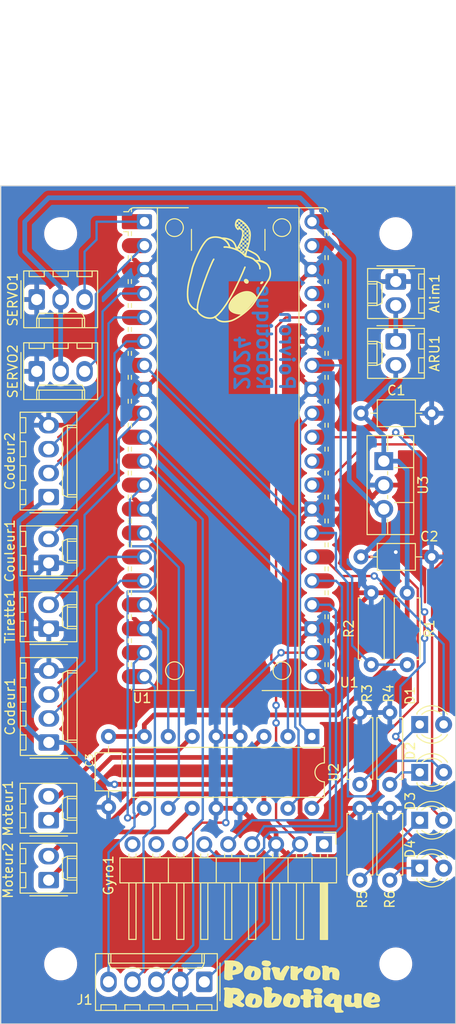
<source format=kicad_pcb>
(kicad_pcb (version 20221018) (generator pcbnew)

  (general
    (thickness 1.6)
  )

  (paper "A4")
  (layers
    (0 "F.Cu" signal)
    (31 "B.Cu" signal)
    (32 "B.Adhes" user "B.Adhesive")
    (33 "F.Adhes" user "F.Adhesive")
    (34 "B.Paste" user)
    (35 "F.Paste" user)
    (36 "B.SilkS" user "B.Silkscreen")
    (37 "F.SilkS" user "F.Silkscreen")
    (38 "B.Mask" user)
    (39 "F.Mask" user)
    (40 "Dwgs.User" user "User.Drawings")
    (41 "Cmts.User" user "User.Comments")
    (42 "Eco1.User" user "User.Eco1")
    (43 "Eco2.User" user "User.Eco2")
    (44 "Edge.Cuts" user)
    (45 "Margin" user)
    (46 "B.CrtYd" user "B.Courtyard")
    (47 "F.CrtYd" user "F.Courtyard")
    (48 "B.Fab" user)
    (49 "F.Fab" user)
    (50 "User.1" user)
    (51 "User.2" user)
    (52 "User.3" user)
    (53 "User.4" user)
    (54 "User.5" user)
    (55 "User.6" user)
    (56 "User.7" user)
    (57 "User.8" user)
    (58 "User.9" user)
  )

  (setup
    (stackup
      (layer "F.SilkS" (type "Top Silk Screen"))
      (layer "F.Paste" (type "Top Solder Paste"))
      (layer "F.Mask" (type "Top Solder Mask") (thickness 0.01))
      (layer "F.Cu" (type "copper") (thickness 0.035))
      (layer "dielectric 1" (type "core") (thickness 1.51) (material "FR4") (epsilon_r 4.5) (loss_tangent 0.02))
      (layer "B.Cu" (type "copper") (thickness 0.035))
      (layer "B.Mask" (type "Bottom Solder Mask") (thickness 0.01))
      (layer "B.Paste" (type "Bottom Solder Paste"))
      (layer "B.SilkS" (type "Bottom Silk Screen"))
      (copper_finish "None")
      (dielectric_constraints no)
    )
    (pad_to_mask_clearance 0)
    (pcbplotparams
      (layerselection 0x00010fc_ffffffff)
      (plot_on_all_layers_selection 0x0000000_00000000)
      (disableapertmacros false)
      (usegerberextensions false)
      (usegerberattributes true)
      (usegerberadvancedattributes true)
      (creategerberjobfile true)
      (dashed_line_dash_ratio 12.000000)
      (dashed_line_gap_ratio 3.000000)
      (svgprecision 4)
      (plotframeref false)
      (viasonmask false)
      (mode 1)
      (useauxorigin false)
      (hpglpennumber 1)
      (hpglpenspeed 20)
      (hpglpendiameter 15.000000)
      (dxfpolygonmode true)
      (dxfimperialunits true)
      (dxfusepcbnewfont true)
      (psnegative false)
      (psa4output false)
      (plotreference true)
      (plotvalue true)
      (plotinvisibletext false)
      (sketchpadsonfab false)
      (subtractmaskfromsilk false)
      (outputformat 1)
      (mirror false)
      (drillshape 1)
      (scaleselection 1)
      (outputdirectory "")
    )
  )

  (net 0 "")
  (net 1 "/M1_Vitesse")
  (net 2 "/M2_Vitesse")
  (net 3 "GND")
  (net 4 "/M1_Sens1")
  (net 5 "/M1_Sens2")
  (net 6 "/M2_Sens1")
  (net 7 "/M2_Sens2")
  (net 8 "/Tirette")
  (net 9 "/Couleur")
  (net 10 "/SDA")
  (net 11 "/SCL")
  (net 12 "/SERVO1")
  (net 13 "/SERVO2")
  (net 14 "unconnected-(U1-RUN-Pad30)")
  (net 15 "/LED4")
  (net 16 "Net-(U1-GPIO28_ADC2)")
  (net 17 "+3.3V")
  (net 18 "unconnected-(U1-3V3_EN-Pad37)")
  (net 19 "unconnected-(U1-VSYS-Pad39)")
  (net 20 "+5V")
  (net 21 "+9V")
  (net 22 "Net-(ARU1-Pin_1)")
  (net 23 "/Codeur2_A")
  (net 24 "/Codeur2_B")
  (net 25 "/M1_Plus")
  (net 26 "/M1_Moins")
  (net 27 "/M2_Plus")
  (net 28 "/M2_Moins")
  (net 29 "/SPI_SDI")
  (net 30 "/SPI_CS")
  (net 31 "/SPI_CLK")
  (net 32 "/SPI_SDO")
  (net 33 "/LED1")
  (net 34 "/LED2")
  (net 35 "/LED3")
  (net 36 "/I2C_Reset")
  (net 37 "unconnected-(Gyro1-Pin_1-Pad1)")
  (net 38 "unconnected-(Gyro1-Pin_8-Pad8)")
  (net 39 "unconnected-(Gyro1-Pin_9-Pad9)")
  (net 40 "Net-(D1-K)")
  (net 41 "Net-(D2-K)")
  (net 42 "Net-(D3-K)")
  (net 43 "Net-(D4-K)")
  (net 44 "/Codeur1_A")
  (net 45 "/Codeur1_B")

  (footprint "LED_THT:LED_D3.0mm" (layer "F.Cu") (at 149.86 140.97))

  (footprint "Connector_Molex:Molex_KK-254_AE-6410-02A_1x02_P2.54mm_Vertical" (layer "F.Cu") (at 110.49 135.89 90))

  (footprint "Connector_Molex:Molex_KK-254_AE-6410-05A_1x05_P2.54mm_Vertical" (layer "F.Cu") (at 127 153.035 180))

  (footprint "Resistor_THT:R_Axial_DIN0207_L6.3mm_D2.5mm_P7.62mm_Horizontal" (layer "F.Cu") (at 143.51 142.24 90))

  (footprint "Connector_Molex:Molex_KK-254_AE-6410-03A_1x03_P2.54mm_Vertical" (layer "F.Cu") (at 109.22 80.645))

  (footprint "Capacitor_THT:C_Axial_L3.8mm_D2.6mm_P7.50mm_Horizontal" (layer "F.Cu") (at 143.63 92.71))

  (footprint "Connector_Molex:Molex_KK-254_AE-6410-03A_1x03_P2.54mm_Vertical" (layer "F.Cu") (at 109.22 88.265))

  (footprint "Resistor_THT:R_Axial_DIN0207_L6.3mm_D2.5mm_P7.62mm_Horizontal" (layer "F.Cu") (at 146.685 142.24 90))

  (footprint "MountingHole:MountingHole_3mm" (layer "F.Cu") (at 111.76 151.13))

  (footprint "Resistor_THT:R_Axial_DIN0207_L6.3mm_D2.5mm_P7.62mm_Horizontal" (layer "F.Cu") (at 146.685 132.08 90))

  (footprint "Resistor_THT:R_Axial_DIN0207_L6.3mm_D2.5mm_P7.62mm_Horizontal" (layer "F.Cu") (at 144.72 119.38 90))

  (footprint "Connector_Molex:Molex_KK-254_AE-6410-04A_1x04_P2.54mm_Vertical" (layer "F.Cu") (at 110.49 101.6 90))

  (footprint "LED_THT:LED_D3.0mm" (layer "F.Cu") (at 149.86 125.73))

  (footprint "MountingHole:MountingHole_3mm" (layer "F.Cu") (at 111.76 73.66))

  (footprint "Resistor_THT:R_Axial_DIN0207_L6.3mm_D2.5mm_P7.62mm_Horizontal" (layer "F.Cu") (at 148.53 111.76 -90))

  (footprint "Capacitor_THT:C_Axial_L3.8mm_D2.6mm_P7.50mm_Horizontal" (layer "F.Cu") (at 143.63 107.95))

  (footprint "LED_THT:LED_D3.0mm" (layer "F.Cu") (at 149.86 130.81))

  (footprint "MountingHole:MountingHole_3mm" (layer "F.Cu") (at 147.32 73.66))

  (footprint "Connector_Molex:Molex_KK-254_AE-6410-02A_1x02_P2.54mm_Vertical" (layer "F.Cu") (at 110.49 142.24 90))

  (footprint "MountingHole:MountingHole_3mm" (layer "F.Cu") (at 147.32 151.13))

  (footprint "Connector_Molex:Molex_KK-254_AE-6410-04A_1x04_P2.54mm_Vertical" (layer "F.Cu") (at 110.51 127.635 90))

  (footprint "Connector_Molex:Molex_KK-254_AE-6410-02A_1x02_P2.54mm_Vertical" (layer "F.Cu") (at 147.32 85.09 -90))

  (footprint "Connector_Molex:Molex_KK-254_AE-6410-02A_1x02_P2.54mm_Vertical" (layer "F.Cu") (at 147.32 78.74 -90))

  (footprint "Connector_PinHeader_2.54mm:PinHeader_1x09_P2.54mm_Horizontal" (layer "F.Cu") (at 139.7 138.43 -90))

  (footprint "Package_TO_SOT_THT:TO-220F-3_Vertical" (layer "F.Cu") (at 146.05 97.79 -90))

  (footprint "Connector_Molex:Molex_KK-254_AE-6410-02A_1x02_P2.54mm_Vertical" (layer "F.Cu") (at 110.49 115.57 90))

  (footprint "Resistor_THT:R_Axial_DIN0207_L6.3mm_D2.5mm_P7.62mm_Horizontal" (layer "F.Cu") (at 143.51 132.08 90))

  (footprint "Package_DIP:DIP-16_W7.62mm" (layer "F.Cu") (at 138.415 127 -90))

  (footprint "LED_THT:LED_D3.0mm" (layer "F.Cu") (at 149.86 135.89))

  (footprint "Connector_Molex:Molex_KK-254_AE-6410-02A_1x02_P2.54mm_Vertical" (layer "F.Cu") (at 110.49 108.585 90))

  (footprint "Rpi Pico:RaspberryPi_Pico_Common_SKY" (layer "F.Cu")
    (tstamp f31fe9be-12f6-4b25-988d-29e3c1d7ec43)
    (at 129.54 96.52)
    (descr "Raspberry Pi Pico (wireless & original) versatile footprint for surface-mount or through-hole hand soldering, https://datasheets.raspberrypi.com/pico/pico-datasheet.pdf")
    (tags "Raspberry Pi Pico module usb pcb antenna handsolder")
    (property "Sheetfile" "PAMI.kicad_sch")
    (property "Sheetname" "")
    (property "ki_description" "Versatile and inexpensive microcontroller module (with full pinout for reflow soldering) powered by RP2040 dual-core Arm Cortex-M0+ processor up to 133 MHz, 264kB SRAM, 2MB QSPI flash")
    (property "ki_keywords" "Raspberry Pi Pico microcontroller module RP2040 M0+ usb")
    (path "/7d13e2fb-33e5-4a53-93cb-a335a041e341")
    (attr through_hole)
    (fp_text reference "U1" (at 11.7475 24.765 unlocked) (layer "F.SilkS")
        (effects (font (size 1 1) (thickness 0.15)) (justify left))
      (tstamp f3e9cfc8-bf1e-4bd5-9cd4-dcbdf0aa9c17)
    )
    (fp_text value "RaspberryPi_Pico" (at 0 27.94 unlocked) (layer "F.Fab")
        (effects (font (size 1 1) (thickness 0.15)))
      (tstamp 7f0bfc64-19c4-4b7c-9156-608c57adeb98)
    )
    (fp_text user "${REFERENCE}" (at -9.144 26.416 180) (layer "F.SilkS")
        (effects (font (size 1 1) (thickness 0.15)))
      (tstamp 52e6e082-e9ea-4991-8ee8-22d158e157ab)
    )
    (fp_text user "Board Keep Out USB Cable" (at 6.985 -37.465 270 unlocked) (layer "Cmts.User")
        (effects (font (size 0.6667 0.6667) (thickness 0.1)))
      (tstamp 1dc953cb-4efe-41bc-84c5-59259d70e1ee)
    )
    (fp_text user "Keep Out" (at 0 -36.195 unlocked) (layer "Cmts.User")
        (effects (font (size 1 1) (thickness 0.15)))
      (tstamp cc39244b-20dd-4d61-91d3-09196acf82a9)
    )
    (fp_text user "Board Keep Out USB Cable" (at -6.985 -37.465 90 unlocked) (layer "Cmts.User")
        (effects (font (size 0.6667 0.6667) (thickness 0.1)))
      (tstamp d9c85c9d-f40b-4693-bd70-ed3eeeb80599)
    )
    (fp_text user "USB Cable" (at 0 -38.735 unlocked) (layer "Cmts.User")
        (effects (font (size 1 1) (thickness 0.15)))
      (tstamp dc3d4d1b-c2e7-4880-83a3-774c447060c7)
    )
    (fp_line (start -10.61 -23.07) (end -11.09 -23.07)
      (stroke (width 0.12) (type solid)) (layer "F.SilkS") (tstamp ab3c9b7c-8d72-4e2d-b90e-a6d2af51a848))
    (fp_line (start -10.61 -23.07) (end -10.61 -22.65)
      (stroke (width 0.12) (type solid)) (layer "F.SilkS") (tstamp d7949000-f861-407f-9141-e64a224014fb))
    (fp_line (start -10.61 -20.53) (end -10.61 -20.11)
      (stroke (width 0.12) (type solid)) (layer "F.SilkS") (tstamp e4b2c252-2621-47d4-8db6-c9a9702c5ca4))
    (fp_line (start -10.61 -17.99) (end -10.61 -17.57)
      (stroke (width 0.12) (type solid)) (layer "F.SilkS") (tstamp 2f4c3bbb-68ec-4985-b550-97138cd270cd))
    (fp_line (start -10.61 -15.45) (end -10.61 -15.03)
      (stroke (width 0.12) (type solid)) (layer "F.SilkS") (tstamp 8c1c109e-cb17-49a0-8b88-501e8bb8c9b5))
    (fp_line (start -10.61 -12.91) (end -10.61 -12.49)
      (stroke (width 0.12) (type solid)) (layer "F.SilkS") (tstamp 6e870851-a080-4993-873e-218ccbb05190))
    (fp_line (start -10.61 -10.37) (end -10.61 -9.95)
      (stroke (width 0.12) (type solid)) (layer "F.SilkS") (tstamp 4d776835-62f0-4232-876c-f7c622a6be69))
    (fp_line (start -10.61 -7.83) (end -10.61 -7.41)
      (stroke (width 0.12) (type solid)) (layer "F.SilkS") (tstamp 7b7cb4ac-5b24-43eb-bd58-47014557a7e2))
    (fp_line (start -10.61 -5.29) (end -10.61 -4.87)
      (stroke (width 0.12) (type solid)) (layer "F.SilkS") (tstamp efaefe4b-f2e9-4992-b164-0bb7d8d06ef0))
    (fp_line (start -10.61 -2.75) (end -10.61 -2.33)
      (stroke (width 0.12) (type solid)) (layer "F.SilkS") (tstamp ab809af5-793d-457a-b6d9-1f44c2bba206))
    (fp_line (start -10.61 -0.21) (end -10.61 0.21)
      (stroke (width 0.12) (type solid)) (layer "F.SilkS") (tstamp 8cb39fec-10f6-4944-9674-ae76749cbf1e))
    (fp_line (start -10.61 2.33) (end -10.61 2.75)
      (stroke (width 0.12) (type solid)) (layer "F.SilkS") (tstamp 8b53b48a-b005-40d3-ad45-9d5a208c5ef9))
    (fp_line (start -10.61 4.87) (end -10.61 5.29)
      (stroke (width 0.12) (type solid)) (layer "F.SilkS") (tstamp 57455a65-d2e9-4d9b-bd97-e1eebfa9ecf0))
    (fp_line (start -10.61 7.41) (end -10.61 7.83)
      (stroke (width 0.12) (type solid)) (layer "F.SilkS") (tstamp e0bfb8e3-4b08-40da-b56b-2d285983a1f1))
    (fp_line (start -10.61 9.95) (end -10.61 10.37)
      (stroke (width 0.12) (type solid)) (layer "F.SilkS") (tstamp 3c6f5520-2277-4d1f-8c7d-7d366c60b17e))
    (fp_line (start -10.61 12.49) (end -10.61 12.91)
      (stroke (width 0.12) (type solid)) (layer "F.SilkS") (tstamp 0937dcb8-76ea-4f2f-806c-7ee004b9c59d))
    (fp_line (start -10.61 15.03) (end -10.61 15.45)
      (stroke (width 0.12) (type solid)) (layer "F.SilkS") (tstamp 6f04c51d-edb2-4eac-988c-30f3b4bddf08))
    (fp_line (start -10.61 17.57) (end -10.61 17.99)
      (stroke (width 0.12) (type solid)) (layer "F.SilkS") (tstamp 83b27019-9624-408b-b3ea-e72978103007))
    (fp_line (start -10.61 20.11) (end -10.61 20.53)
      (stroke (width 0.12) (type solid)) (layer "F.SilkS") (tstamp 7a53dee3-48ca-497d-be8b-714b6ef059d1))
    (fp_line (start -10.61 22.65) (end -10.61 23.07)
      (stroke (width 0.12) (type solid)) (layer "F.SilkS") (tstamp 9862249d-11e5-4625-b325-ce5d9e11b3d7))
    (fp_line (start -10.579676 -25.189937) (end -11.09 -25.19)
      (stroke (width 0.12) (type solid)) (layer "F.SilkS") (tstamp e8d2621d-ed98-48a8-81bf-78bb5eca9483))
    (fp_line (start -10.27 -25.189937) (end -10.27 -25.547)
      (stroke (width 0.12) (type solid)) (layer "F.SilkS") (tstamp 482e97af-691d-4fa3-95a4-a21b9cc873e9))
    (fp_line (start -10.27 -23.07) (end -10.27 -22.65)
      (stroke (width 0.12) (type solid)) (layer "F.SilkS") (tstamp 22860e14-789f-4069-b949-400364794d7c))
    (fp_line (start -10.27 -20.53) (end -10.27 -20.11)
      (stroke (width 0.12) (type solid)) (layer "F.SilkS") (tstamp 1940dfe0-49d1-442c-b05b-3a2a6c0cf5df))
    (fp_line (start -10.27 -17.99) (end -10.27 -17.57)
      (stroke (width 0.12) (type solid)) (layer "F.SilkS") (tstamp 0b8169ad-0799-4a4c-92db-e517e801538a))
    (fp_line (start -10.27 -15.45) (end -10.27 -15.03)
      (stroke (width 0.12) (type solid)) (layer "F.SilkS") (tstamp 5b65dfb9-eb26-433b-918b-35e8c33bab2b))
    (fp_line (start -10.27 -12.91) (end -10.27 -12.49)
      (stroke (width 0.12) (type solid)) (layer "F.SilkS") (tstamp 8c75d6ee-2381-4231-b232-13a3be850320))
    (fp_line (start -10.27 -10.37) (end -10.27 -9.95)
      (stroke (width 0.12) (type solid)) (layer "F.SilkS") (tstamp bb46c43c-8e89-47ed-9008-d4e9ae26cd05))
    (fp_line (start -10.27 -7.83) (end -10.27 -7.41)
      (stroke (width 0.12) (type solid)) (layer "F.SilkS") (tstamp e01e9be6-67da-4e40-9d78-4cf173556c6c))
    (fp_line (start -10.27 -5.29) (end -10.27 -4.87)
      (stroke (width 0.12) (type solid)) (layer "F.SilkS") (tstamp e3b84eda-a13f-4b12-b67c-fb26f0bbd3f8))
    (fp_line (start -10.27 -2.75) (end -10.27 -2.33)
      (stroke (width 0.12) (type solid)) (layer "F.SilkS") (tstamp c617446d-2d59-4cb7-a816-9c24980b9dd4))
    (fp_line (start -10.27 -0.21) (end -10.27 0.21)
      (stroke (width 0.12) (type solid)) (layer "F.SilkS") (tstamp 6370e705-2d1b-4d44-8fea-43e427d78fd9))
    (fp_line (start -10.27 2.33) (end -10.27 2.75)
      (stroke (width 0.12) (type solid)) (layer "F.SilkS") (tstamp 5fbd6c24-a73b-4dd0-8c5f-4cdf1470b149))
    (fp_line (start -10.27 4.87) (end -10.27 5.29)
      (stroke (width 0.12) (type solid)) (layer "F.SilkS") (tstamp 06565932-a2de-42b9-9662-d5bc7fca87eb))
    (fp_line (start -10.27 7.41) (end -10.27 7.83)
      (stroke (width 0.12) (type solid)) (layer "F.SilkS") (tstamp d0fb1915-9164-4af7-9ecd-79acd5317933))
    (fp_line (start -10.27 9.95) (end -10.27 10.37)
      (stroke (width 0.12) (type solid)) (layer "F.SilkS") (tstamp 43a26183-4ac3-44a9-9c2d-0a85d96284eb))
    (fp_line (start -10.27 12.49) (end -10.27 12.91)
      (stroke (width 0.12) (type solid)) (layer "F.SilkS") (tstamp 023d70a3-f57e-4277-817b-17724a05d371))
    (fp_line (start -10.27 15.03) (end -10.27 15.45)
      (stroke (width 0.12) (type solid)) (layer "F.SilkS") (tstamp ebabb24a-005f-4a06-93b7-fba0f63924db))
    (fp_line (start -10.27 17.57) (end -10.27 17.99)
      (stroke (width 0.12) (type solid)) (layer "F.SilkS") (tstamp 24f51dd7-6d4e-481b-bcf5-2cc016efede5))
    (fp_line (start -10.27 20.11) (end -10.27 20.53)
      (stroke (width 0.12) (type solid)) (layer "F.SilkS") (tstamp fb2bf29f-b161-49c2-be93-1a25ad26f6d1))
    (fp_line (start -10.27 22.65) (end -10.27 23.07)
      (stroke (width 0.12) (type solid)) (layer "F.SilkS") (tstamp fc84d720-2bc2-4f9f-8bef-81e0ed4fd058))
    (fp_line (start -10.27 25.189937) (end -10.27 25.547)
      (stroke (width 0.12) (type solid)) (layer "F.SilkS") (tstamp 8527a3bb-6169-4447-a32e-ab7113025ebc))
    (fp_line (start -10 -25.61) (end -7.51 -25.61)
      (stroke (width 0.12) (type solid)) (layer "F.SilkS") (tstamp fb1fed6f-ddbd-4e84-ae70-d9c00655f3c9))
    (fp_line (start -10 25.61) (end -3.6 25.61)
      (stroke (width 0.12) (type solid)) (layer "F.SilkS") (tstamp 5e14e2fa-a010-4433-93cc-08ed7615d227))
    (fp_line (start -7.51 -25.61) (end -7.51 -24.69648)
      (stroke (width 0.12) (type solid)) (layer "F.SilkS") (tstamp bac5e741-0d93-4fb2-ae12-c6176d488d8a))
    (fp_line (start -7.51 -25.61) (end -4.235 -25.61)
      (stroke (width 0.12) (type solid)) (layer "F.SilkS") (tstamp 35b311cc-aa0d-4a07-bd2c-06ebfcd87400))
    (fp_line (start -7.51 -24.69648) (end -7.51 -22.30352)
      (stroke (width 0.12) (type solid)) (layer "F.SilkS") (tstamp b73b9f1a-a129-425a-9af9-b3712b6216fa))
    (fp_line (start -7.51 -22.30352) (end -7.51 22.30352)
      (stroke (width 0.12) (type solid)) (layer "F.SilkS") (tstamp 5168ccaa-067c-42b8-92f8-679c42a45dac))
    (fp_line (start -7.51 22.30352) (end -7.51 24.69648)
      (stroke (width 0.12) (type solid)) (layer "F.SilkS") (tstamp 402eea3b-ad05-4acc-8140-c9b6d6b9b448))
    (fp_line (start -7.51 24.69648) (end -7.51 25.61)
      (stroke (width 0.12) (type solid)) (layer "F.SilkS") (tstamp b2c359d4-4c55-4382-b6fd-31eb458307cf))
    (fp_line (start -3.9 -23.3152) (end -3.9 -21.09)
      (stroke (width 0.12) (type solid)) (layer "F.SilkS") (tstamp 8c346c29-0dd0-47de-82ca-611d4e652910))
    (fp_line (start 3.6 25.61) (end 10 25.61)
      (stroke (width 0.12) (type solid)) (layer "F.SilkS") (tstamp e9125baa-ba74-4c3f-8125-b7e63306ecd2))
    (fp_line (start 3.9 -23.3152) (end 3.9 -21.09)
      (stroke (width 0.12) (type solid)) (layer "F.SilkS") (tstamp 5d2b456d-1fe4-490e-81d0-a01b80914a0c))
    (fp_line (start 4.235 -25.61) (end 7.51 -25.61)
      (stroke (width 0.12) (type solid)) (layer "F.SilkS") (tstamp cbf00d46-3b75-4b6a-a198-5e5f0fde8593))
    (fp_line (start 7.51 -25.61) (end 7.51 -24.69648)
      (stroke (width 0.12) (type solid)) (layer "F.SilkS") (tstamp a2a5626a-3129-4946-b0e3-3402ff770f62))
    (fp_line (start 7.51 -24.69648) (end 7.51 -22.30352)
      (stroke (width 0.12) (type solid)) (layer "F.SilkS") (tstamp 4dc5004c-81fc-4bd7-8a4e-da0585bc9374))
    (fp_line (start 7.51 -22.30352) (end 7.51 22.30352)
      (stroke (width 0.12) (type solid)) (layer "F.SilkS") (tstamp 0715cab2-2fe7-41e9-ac4c-a0e299cd791e))
    (fp_line (start 7.51 22.30352) (end 7.51 24.69648)
      (stroke (width 0.12) (type solid)) (layer "F.SilkS") (tstamp 12c940ca-af74-4d35-bbb4-56d4abd4cdae))
    (fp_line (start 7.51 24.69648) (end 7.51 25.61)
      (stroke (width 0.12) (type solid)) (layer "F.SilkS") (tstamp 531f992a-048d-4d74-a0a9-b19fdd279b34))
    (fp_line (start 10 -25.61) (end 7.51 -25.61)
      (stroke (width 0.12) (type solid)) (layer "F.SilkS") (tstamp 6a0ceea0-dd4b-4f96-9c40-1be29767870e))
    (fp_line (start 10.27 -25.189937) (end 10.27 -25.547)
      (stroke (width 0.12) (type solid)) (layer "F.SilkS") (tstamp cf18df20-51fe-4f31-b9df-fa3126f65aa6))
    (fp_line (start 10.27 -23.07) (end 10.27 -22.65)
      (stroke (width 0.12) (type solid)) (layer "F.SilkS") (tstamp 7a19a59b-5e53-464d-b22f-1b9a671c8143))
    (fp_line (start 10.27 -20.53) (end 10.27 -20.11)
      (stroke (width 0.12) (type solid)) (layer "F.SilkS") (tstamp 10841c95-ac50-4462-b3cc-ca2befb633c7))
    (fp_line (start 10.27 -17.99) (end 10.27 -17.57)
      (stroke (width 0.12) (type solid)) (layer "F.SilkS") (tstamp de66ddc0-eded-428f-ae03-96cb99bea0e6))
    (fp_line (start 10.27 -15.45) (end 10.27 -15.03)
      (stroke (width 0.12) (type solid)) (layer "F.SilkS") (tstamp b8f5fd93-03b6-40c3-b86e-0d0c62f08b86))
    (fp_line (start 10.27 -12.91) (end 10.27 -12.49)
      (stroke (width 0.12) (type solid)) (layer "F.SilkS") (tstamp 22959450-9574-4f5c-9a13-b520cfe7a2f0))
    (fp_line (start 10.27 -10.37) (end 10.27 -9.95)
      (stroke (width 0.12) (type solid)) (layer "F.SilkS") (tstamp 36b92c91-e2c1-48a8-836f-f47f6e6f83b6))
    (fp_line (start 10.27 -7.83) (end 10.27 -7.41)
      (stroke (width 0.12) (type solid)) (layer "F.SilkS") (tstamp 477c8378-8459-478f-90e4-af712c8618ca))
    (fp_line (start 10.27 -5.29) (end 10.27 -4.87)
      (stroke (width 0.12) (type solid)) (layer "F.SilkS") (tstamp 193cf11f-7f88-4b17-ab42-29f9fb34113e))
    (fp_line (start 10.27 -2.75) (end 10.27 -2.33)
      (stroke (width 0.12) (type solid)) (layer "F.SilkS") (tstamp 7a78d4f4-c824-406d-889b-ddcd21356fcf))
    (fp_line (start 10.27 -0.21) (end 10.27 0.21)
      (stroke (width 0.12) (type solid)) (layer "F.SilkS") (tstamp e678ad21-66c6-41ec-b495-a60e8307c3ac))
    (fp_line (start 10.27 2.33) (end 10.27 2.75)
      (stroke (width 0.12) (type solid)) (layer "F.SilkS") (tstamp 82766f40-b0e3-4fbc-9011-e2303dbba736))
    (fp_line (start 10.27 4.87) (end 10.27 5.29)
      (stroke (width 0.12) (type solid)) (layer "F.SilkS") (tstamp 43172335-ee4e-4f90-8dbb-1d4f5657763f))
    (fp_line (start 10.27 7.41) (end 10.27 7.83)
      (stroke (width 0.12) (type solid)) (layer "F.SilkS") (tstamp 9fa6dc22-ece7-4c61-bc36-8570456c5b40))
    (fp_line (start 10.27 9.95) (end 10.27 10.37)
      (stroke (width 0.12) (type solid)) (layer "F.SilkS") (tstamp 8f2774f2-816c-4ed4-964f-77ed01284ab9))
    (fp_line (start 10.27 12.49) (end 10.27 12.91)
      (stroke (width 0.12) (type solid)) (layer "F.SilkS") (tstamp f5efdd37-9704-4b00-b853-0510908e08fe))
    (fp_line (start 10.27 15.03) (end 10.27 15.45)
      (stroke (width 0.12) (type solid)) (layer "F.SilkS") (tstamp 586b1e3e-5800-4895-8da2-59153fa9a228))
    (fp_line (start 10.27 17.57) (end 10.27 17.99)
      (stroke (width 0.12) (type solid)) (layer "F.SilkS") (tstamp ffaabae9-c34a-4042-9d67-669681cbe785))
    (fp_line (start 10.27 20.11) (end 10.27 20.53)
      (stroke (width 0.12) (type solid)) (layer "F.SilkS") (tstamp c7316c03-c6bf-4780-a42c-f8ddb86d17fd))
    (fp_line (start 10.27 22.65) (end 10.27 23.07)
      (stroke (width 0.12) (type solid)) (layer "F.SilkS") (tstamp 37545d42-f902-448b-9627-6b1d919d6fd2))
    (fp_line (start 10.27 25.189937) (end 10.27 25.547)
      (stroke (width 0.12) (type solid)) (layer "F.SilkS") (tstamp df67095c-6da1-4e33-a2b2-a0ef219162d3))
    (fp_line (start 10.61 -23.07) (end 10.61 -22.65)
      (stroke (width 0.12) (type solid)) (layer "F.SilkS") (tstamp 2e6e4269-03bc-4847-8a05-1fc3699fe1c9))
    (fp_line (start 10.61 -20.53) (end 10.61 -20.11)
      (stroke (width 0.12) (type solid)) (layer "F.SilkS") (tstamp 480e62cc-26b8-4464-8e59-82d5f84299d2))
    (fp_line (start 10.61 -17.99) (end 10.61 -17.57)
      (stroke (width 0.12) (type solid)) (layer "F.SilkS") (tstamp 47e9cfe2-e257-4b38-9211-2f21b3e4574b))
    (fp_line (start 10.61 -15.45) (end 10.61 -15.03)
      (stroke (width 0.12) (type solid)) (layer "F.SilkS") (tstamp 60abdacb-68d0-478f-81ed-7f3e8e62757b))
    (fp_line (start 10.61 -12.91) (end 10.61 -12.49)
      (stroke (width 0.12) (type solid)) (layer "F.SilkS") (tstamp 1d23a9fd-0fd9-4e15-8959-9d08338b2445))
    (fp_line (start 10.61 -10.37) (end 10.61 -9.95)
      (stroke (width 0.12) (type solid)) (layer "F.SilkS") (tstamp 3c681d00-dd4f-49c3-acd8-0b52879787db))
    (fp_line (start 10.61 -7.83) (end 10.61 -7.41)
      (stroke (width 0.12) (type solid)) (layer "F.SilkS") (tstamp 95aea438-187f-4043-86ef-27c1f600dec5))
    (fp_line (start 10.61 -5.29) (end 10.61 -4.87)
      (stroke (width 0.12) (type solid)) (layer "F.SilkS") (tstamp b84ab598-dd1a-4489-87b7-68ce20b73084))
    (fp_line (start 10.61 -2.75) (end 10.61 -2.33)
      (stroke (width 0.12) (type solid)) (layer "F.SilkS") (tstamp 0c964a7e-4eea-4137-b492-a252dfc21419))
    (fp_line (start 10.61 -0.21) (end 10.61 0.21)
      (stroke (width 0.12) (type solid)) (layer "F.SilkS") (tstamp 6e17fd76-7e30-4371-b783-df429910eeb7))
    (fp_line (start 10.61 2.33) (end 10.61 2.75)
      (stroke (width 0.12) (type solid)) (layer "F.SilkS") (tstamp 66ccd20d-93e2-4688-88e7-19195310d254))
    (fp_line (start 10.61 4.87) (end 10.61 5.29)
      (stroke (width 0.12) (type solid)) (layer "F.SilkS") (tstamp d3466542-1915-4c2c-ad97-c36e752f0355))
    (fp_line (start 10.61 7.41) (end 10.61 7.83)
      (stroke (width 0.12) (type solid)) (layer "F.SilkS") (tstamp 2aa2ca5b-6041-4ebe-ba04-9371ae0c9e0e))
    (fp_line (start 10.61 9.95) (end 10.61 10.37)
      (stroke (width 0.12) (type solid)) (layer "F.SilkS") (tstamp 40d63c4a-03d1-44bf-ab8a-404692a85368))
    (fp_line (start 10.61 12.49) (end 10.61 12.91)
      (stroke (width 0.12) (type solid)) (layer "F.SilkS") (tstamp e21139b1-bb07-44f8-9234-61f7aeb4336b))
    (fp_line (start 10.61 15.03) (end 10.61 15.45)
      (stroke (width 0.12) (type solid)) (layer "F.SilkS") (tstamp c663bc01-1455-4ada-8491-b7b6cb96c5e2))
    (fp_line (start 10.61 17.57) (end 10.61 17.99)
      (stroke (width 0.12) (type solid)) (layer "F.SilkS") (tstamp 37fd6e5a-a8c2-46f9-969e-eef7a435c518))
    (fp_line (start 10.61 20.11) (end 10.61 20.53)
      (stroke (width 0.12) (type solid)) (layer "F.SilkS") (tstamp a17994ce-c512-4867-81d3-181e7a3212ae))
    (fp_line (start 10.61 22.65) (end 10.61 23.07)
      (stroke (width 0.12) (type solid)) (layer "F.SilkS") (tstamp 3b8c119e-50ff-49aa-8cee-07d9b7af0be7))
    (fp_arc (start -10.579676 -25.189937) (mid -10.357938 -25.493944) (end -10 -25.61)
      (stroke (width 0.12) (type solid)) (layer "F.SilkS") (tstamp 1e2684a9-a58c-474c-877d-141bc5e22d13))
    (fp_arc (start 10 -25.61) (mid 10.357937 -25.493944) (end 10.579676 -25.189937)
      (stroke (width 0.12) (type solid)) (layer "F.SilkS") (tstamp af1dd6ac-b4cd-4c43-9ec7-4958c8b32306))
    (fp_circle (center -5.7 -23.5) (end -4.76 -23.5)
      (stroke (width 0.12) (type solid)) (fill none) (layer "F.SilkS") (tstamp e8d728dd-4393-427b-a83e-ea88505aee6f))
    (fp_circle (center -5.7 23.5) (end -4.76 23.5)
      (stroke (width 0.12) (type solid)) (fill none) (layer "F.SilkS") (tstamp 0ea206c0-db05-4ff4-9883-c146bcbfc5f7))
    (fp_circle (center 5.7 -23.5) (end 6.64 -23.5)
      (stroke (width 0.12) (type solid)) (fill none) (layer "F.SilkS") (tstamp 6b251609-a835-4435-8605-8cf0ce058065))
    (fp_circle (center 5.7 23.5) (end 6.64 23.5)
      (stroke (width 0.12) (type solid)) (fill none) (layer "F.SilkS") (tstamp b2f3cc3d-f8cf-4c4c-9a34-0585469b961f))
    (fp_poly
      (pts
        (xy -4.5 -27.4)
        (xy 4.5 -27.4)
        (xy 4.5 -25.75)
        (xy 11.54 -25.75)
        (xy 11.54 26.55)
        (xy -11.54 26.55)
        (xy -11.54 -25.75)
        (xy -4.5 -25.75)
      )

      (stroke (width 0.05) (type solid)) (fill none) (layer "F.CrtYd") (tstamp e8941f56-c46c-4ada-b50a-c250aa5d6dbe))
    (fp_line (start -10.5 -24.5) (end -9.5 -25.5)
      (stroke (width 0.1) (type solid)) (layer "F.Fab") (tstamp 2f75f318-cef9-41ea-b0bd-14d907ac497b))
    (fp_line (start -10.5 25) (end -10.5 -24.5)
      (stroke (width 0.1) (type solid)) (layer "F.Fab") (tstamp 22092d98-cc07-44e9-9495-9a844bde56ad))
    (fp_line (start -9.5 -25.5) (end 10 -25.5)
      (stroke (width 0.1) (type solid)) (layer "F.Fab") (tstamp 41f4ead9-9ae7-432e-8c3b-ee4727a3a512))
    (fp_line (start 10 25.5) (end -10 25.5)
      (stroke (width 0.1) (type solid)) (layer "F.Fab") (tstamp 5f502799-cdd0-4f5a-854d-48cdc2950fd6))
    (fp_line (start 10.5 -25) (end 10.5 25)
      (stroke (width 0.1) (type solid)) (layer "F.Fab") (tstamp ec9f3d4b-c1c5-42ca-b19c-c9264baffd58))
    (fp_arc (start -10 25.5) (mid -10.353553 25.353553) (end -10.5 25)
      (stroke (width 0.1) (type solid)) (layer "F.Fab") (tstamp ce688168-96d0-43c3-9700-dfaa56818cd9))
    (fp_arc (start 10 -25.5) (mid 10.353553 -25.353553) (end 10.5 -25)
      (stroke (width 0.1) (type solid)) (layer "F.Fab") (tstamp fd719df4-5db3-41e2-98db-2932106bcbb9))
    (fp_arc (start 10.5 25) (mid 10.353553 25.353553) (end 10 25.5)
      (stroke (width 0.1) (type solid)) (layer "F.Fab") (tstamp 00a4a1a3-3605-4501-91ff-eb546453bb8d))
    (fp_poly
      (pts
        (xy 3.79 -21.2)
        (xy 3.79 -26.2)
        (xy 4 -26.2)
        (xy 4 -26.9)
        (xy -4 -26.9)
        (xy -4 -26.2)
        (xy -3.79 -26.2)
        (xy -3.79 -21.2)
      )

      (stroke (width 0.1) (type solid)) (fill none) (layer "F.Fab") (tstamp 91788fc6-f98e-4ae4-b573-92fd154cb95d))
    (pad "1" thru_hole roundrect (at -8.89 -24.13) (size 1.6 1.6) (drill 1) (layers "*.Mask" "F.Cu" "In1.Cu" "B.Cu") (roundrect_rratio 0.125)
      (net 12 "/SERVO1") (pinfunction "GPIO0") (pintype "bidirectional") (tstamp 343a89b9-95b3-4ee2-82f0-1ce0671468af))
    (pad "1" smd custom (at -8.89 -24.13) (size 1.6 1.6) (layers "F.Cu" "F.Mask")
      (net 12 "/SERVO1") (pinfunction "GPIO0") (pintype "bidirectional")
      (options (clearance outline) (anchor circle))
      (primitives
        (gr_poly
          (pts
            (xy -2.4 0.6)
            (xy -2.4 -0.6)
            (xy -2.2 -0.8)
            (xy 0 -0.8)
            (xy 0 0.8)
            (xy -2.2 0.8)
          )
          (width 0) (fill yes))
        (gr_circle (center -2.2 0.6) (end -2 0.6) (width 0) (fill yes))
        (gr_circle (center -2.2 -0.6) (end -2 -0.6) (width 0) (fill yes))
      ) (tstamp 1cd4d379-c6d6-41a6-b167-f98cccd3072b))
    (pad "2" thru_hole circle (at -8.89 -21.59) (size 1.6 1.6) (drill 1) (layers "*.Mask" "F.Cu" "In1.Cu" "B.Cu")
      (net 13 "/SERVO2") (pinfunction "GPIO1") (pintype "bidirectional") (tstamp 8a3a5c69-c369-491a-a153-325f9bdad634))
    (pad "2" smd roundrect (at -8.89 -21.59) (size 3.2 1.6) (drill (offset -0.8 0)) (layers "F.Cu" "F.Mask") (roundrect_rratio 0.5)
      (net 13 "/SERVO2") (pinfunction "GPIO1") (pintype "bidirectional") (tstamp fd5639f9-3d31-4744-b5ba-f8bde2b16432))
    (pad "3" thru_hole custom (at -8.89 -19.05) (size 1.6 1.6) (drill 1) (layers "*.Mask" "F.Cu" "In1.Cu" "B.Cu")
      (net 3 "GND") (pinfunction "GND") (pintype "passive")
      (options (clearance outline) (anchor circle))
      (primitives
        (gr_poly
          (pts
            (xy 0.8 0.6)
            (xy 0.8 -0.6)
            (xy 0.6 -0.8)
            (xy 0 -0.8)
            (xy 0 0.8)
            (xy 0.6 0.8)
          )
          (width 0) (fill yes))
        (gr_circle (center 0.6 0.6) (end 0.8 0.6) (width 0) (fill yes))
        (gr_circle (center 0.6 -0.6) (end 0.8 -0.6) (width 0) (fill yes))
      ) (tstamp 96ec0a2b-f36e-47ca-a9f9-051792faedfa))
    (pad "3" smd custom (at -8.89 -19.05) (size 1.6 1.6) (layers "F.Cu" "F.Mask")
      (net 3 "GND") (pinfunction "GND") (pintype "passive")
      (options (clearance outline) (anchor circle))
      (primitives
        (gr_poly
          (pts
            (xy 0.8 -0.6)
            (xy 0.8 0.6)
            (xy 0.6 0.8)
            (xy -1.6 0.8)
            (xy -1.6 -0.8)
            (xy 0.6 -0.8)
          )
          (width 0) (fill yes))
        (gr_circle (center 0.6 0.6) (end 0.8 0.6) (width 0) (fill yes))
        (gr_circle (center 0.6 -0.6) (end 0.8 -0.6) (width 0) (fill yes))
        (gr_circle (center -1.6 0) (end -0.8 0) (width 0) (fill yes))
      ) (tstamp 7462f95e-8df7-4d90-a5a7-928241d300d6))
    (pad "4" thru_hole circle (at -8.89 -16.51) (size 1.6 1.6) (drill 1) (layers "*.Mask" "F.Cu" "In1.Cu" "B.Cu")
      (net 23 "/Codeur2_A") (pinfunction "GPIO2") (pintype "bidirectional") (tstamp e759b6e5-272b-42be-aee5-6c2207c4a928))
    (pad "4" smd roundrect (at -8.89 -16.51) (size 3.2 1.6) (drill (offset -0.8 0)) (layers "F.Cu" "F.Mask") (roundrect_rratio 0.5)
      (net 23 "/Codeur2_A") (pinfunction "GPIO2") (pintype "bidirectional") (tstamp 7cd04b1c-6b31-4651-b6cb-785ec113d84e))
    (pad "5" thru_hole circle (at -8.89 -13.97) (size 1.6 1.6) (drill 1) (layers "*.Mask" "F.Cu" "In1.Cu" "B.Cu")
      (net 24 "/Codeur2_B") (pinfunction "GPIO3") (pintype "bidirectional") (tstamp e8b7489e-f3ba-477f-9f35-761b2f46957d))
    (pad "5" smd roundrect (at -8.89 -13.97) (size 3.2 1.6) (drill (offset -0.8 0)) (layers "F.Cu" "F.Mask") (roundrect_rratio 0.5)
      (net 24 "/Codeur2_B") (pinfunction "GPIO3") (pintype "bidirectional") (tstamp 977ac550-fc3c-4b2e-b758-9da399136d75))
    (pad "6" thru_hole circle (at -8.89 -11.43) (size 1.6 1.6) (drill 1) (layers "*.Mask" "F.Cu" "In1.Cu" "B.Cu")
      (net 9 "/Couleur") (pinfunction "GPIO4") (pintype "bidirectional") (tstamp f7cb8dfa-9825-4cce-90e8-d41dd27afd3c))
    (pad "6" smd roundrect (at -8.89 -11.43) (size 3.2 1.6) (drill (offset -0.8 0)) (layers "F.Cu" "F.Mask") (roundrect_rratio 0.5)
      (net 9 "/Couleur") (pinfunction "GPIO4") (pintype "bidirectional") (tstamp 07b0b658-a8a4-4264-9e9d-22a546fbef29))
    (pad "7" thru_hole circle (at -8.89 -8.89) (size 1.6 1.6) (drill 1) (layers "*.Mask" "F.Cu" "In1.Cu" "B.Cu")
      (net 7 "/M2_Sens2") (pinfunction "GPIO5") (pintype "bidirectional") (tstamp ca0e4b5f-9a01-47c1-bab2-8fa562ae7478))
    (pad "7" smd roundrect (at -8.89 -8.89) (size 3.2 1.6) (drill (offset -0.8 0)) (layers "F.Cu" "F.Mask") (roundrect_rratio 0.5)
      (net 7 "/M2_Sens2") (pinfunction "GPIO5") (pintype "bidirectional") (tstamp 927ff574-f77e-4c82-b102-1f09b7fb9efc))
    (pad "8" thru_hole custom (at -8.89 -6.35) (size 1.6 1.6) (drill 1) (layers "*.Mask" "F.Cu" "In1.Cu" "B.Cu")
      (net 3 "GND") (pinfunction "GND") (pintype "passive")
      (options (clearance outline) (anchor circle))
      (primitives
        (gr_poly
          (pts
            (xy 0.8 0.6)
            (xy 0.8 -0.6)
            (xy 0.6 -0.8)
            (xy 0 -0.8)
            (xy 0 0.8)
            (xy 0.6 0.8)
          )
          (width 0) (fill yes))
        (gr_circle (center 0.6 0.6) (end 0.8 0.6) (width 0) (fill yes))
        (gr_circle (center 0.6 -0.6) (end 0.8 -0.6) (width 0) (fill yes))
      ) (tstamp 56fd08d1-dd57-4499-bda5-2d6dae0ebe0d))
    (pad "8" smd custom (at -8.89 -6.35) (size 1.6 1.6) (layers "F.Cu" "F.Mask")
      (net 3 "GND") (pinfunction "GND") (pintype "passive")
      (options (clearance outline) (anchor circle))
      (primitives
        (gr_poly
          (pts
            (xy 0.8 -0.6)
            (xy 0.8 0.6)
            (xy 0.6 0.8)
            (xy -1.6 0.8)
            (xy -1.6 -0.8)
            (xy 0.6 -0.8)
          )
          (width 0) (fill yes))
        (gr_circle (center 0.6 0.6) (end 0.8 0.6) (width 0) (fill yes))
        (gr_circle (center 0.6 -0.6) (end 0.8 -0.6) (width 0) (fill yes))
        (gr_circle (center -1.6 0) (end -0.8 0) (width 0) (fill yes))
      ) (tstamp ed93c1fa-4045-4d22-9070-619c5602ec2c))
    (pad "9" thru_hole circle (at -8.89 -3.81) (size 1.6 1.6) (drill 1) (layers "*.Mask" "F.Cu" "In1.Cu" "B.Cu")
      (net 8 "/Tirette") (pinfunction "GPIO6") (pintype "bidirectional") (tstamp 2f031532-e7f8-4780-ae21-0c246f6a698f))
    (pad "9" smd roundrect (at -8.89 -3.81) (size 3.2 1.6) (drill (offset -0.8 0)) (layers "F.Cu" "F.Mask") (roundrect_rratio 0.5)
      (net 8 "/Tirette") (pinfunction "GPIO6") (pintype "bidirectional") (tstamp 76533fa1-4c0d-479a-aac6-44b3bc156107))
    (pad "10" thru_hole circle (at -8.89 -1.27) (size 1.6 1.6) (drill 1) (layers "*.Mask" "F.Cu" "In1.Cu" "B.Cu")
      (net 4 "/M1_Sens1") (pinfunction "GPIO7") (pintype "bidirectional") (tstamp 3afc8675-4454-4bc0-9d68-3a49a269555c))
    (pad "10" smd roundrect (at -8.89 -1.27) (size 3.2 1.6) (drill (offset -0.8 0)) (layers "F.Cu" "F.Mask") (roundrect_rratio 0.5)
      (net 4 "/M1_Sens1") (pinfunction "GPIO7") (pintype "bidirectional") (tstamp acf0b991-2b10-473f-b92a-34ddf1844c66))
    (pad "11" thru_hole circle (at -8.89 1.27) (size 1.6 1.6) (drill 1) (layers "*.Mask" "F.Cu" "In1.Cu" "B.Cu")
      (net 36 "/I2C_Reset") (pinfunction "GPIO8") (pintype "bidirectional") (tstamp 603d22ae-e3f6-44bc-88a9-fcc814892348))
    (pad "11" smd roundrect (at -8.89 1.27) (size 3.2 1.6) (drill (offset -0.8 0)) (layers "F.Cu" "F.Mask") (roundrect_rratio 0.5)
      (net 36 "/I2C_Reset") (pinfunction "GPIO8") (pintype "bidirectional") (tstamp eaf2db0a-44ce-473d-a008-32f4ad6d8f9d))
    (pad "12" thru_hole circle (at -8.89 3.81) (size 1.6 1.6) (drill 1) (layers "*.Mask" "F.Cu" "In1.Cu" "B.Cu")
      (net 2 "/M2_Vitesse") (pinfunction "GPIO9") (pintype "bidirectional") (tstamp 74f0f810-b086-4a85-9a4b-00ae3a2ef39c))
    (pad "12" smd roundrect (at -8.89 3.81) (size 3.2 1.6) (drill (offset -0.8 0)) (layers "F.Cu" "F.Mask") (roundrect_rratio 0.5)
      (net 2 "/M2_Vitesse") (pinfunction "GPIO9") (pintype "bidirectional") (tstamp d254ab41-d72e-4527-9f66-005e657ca453))
    (pad "13" thru_hole custom (at -8.89 6.35) (size 1.6 1.6) (drill 1) (layers "*.Mask" "F.Cu" "In1.Cu" "B.Cu")
      (net 3 "GND") (pinfunction "GND") (pintype "power_out")
      (options (clearance outline) (anchor circle))
      (primitives
        (gr_poly
          (pts
            (xy 0.8 0.6)
            (xy 0.8 -0.6)
            (xy 0.6 -0.8)
            (xy 0 -0.8)
            (xy 0 0.8)
            (xy 0.6 0.8)
          )
          (width 0) (fill yes))
        (gr_circle (center 0.6 0.6) (end 0.8 0.6) (width 0) (fill yes))
        (gr_circle (center 0.6 -0.6) (end 0.8 -0.6) (width 0) (fill yes))
      ) (tstamp 48603987-91fb-4b3b-a4a4-4a2d545e4912))
    (pad "13" smd custom (at -8.89 6.35) (size 1.6 1.6) (layers "F.Cu" "F.Mask")
      (net 3 "GND") (pinfunction "GND") (pintype "power_out")
      (options (clearance outline) (anchor circle))
      (primitives
        (gr_poly
          (pts
            (xy 0.8 -0.6)
            (xy 0.8 0.6)
            (xy 0.6 0.8)
            (xy -1.6 0.8)
            (xy -1.6 -0.8)
            (xy 0.6 -0.8)
          )
          (width 0) (fill yes))
        (gr_circle (center 0.6 0.6) (end 0.8 0.6) (width 0) (fill yes))
        (gr_circle (center 0.6 -0.6) (end 0.8 -0.6) (width 0) (fill yes))
        (gr_circle (center -1.6 0) (end -0.8 0) (width 0) (fill yes))
      ) (tstamp 517384e8-9a92-402e-b3a7-1dd8a06b0561))
    (pad "14" thru_hole circle (at -8.89 8.89) (size 1.6 1.6) (drill 1) (layers "*.Mask" "F.Cu" "In1.Cu" "B.Cu")
      (net 6 "/M2_Sens1") (pinfunction "GPIO10") (pintype "bidirectional") (tstamp 88b8fc88-6983-41b9-a352-fa9015dbd1aa))
    (pad "14" smd roundrect (at -8.89 8.89) (size 3.2 1.6) (drill (offset -0.8 0)) (layers "F.Cu" "F.Mask") (roundrect_rratio 0.5)
      (net 6 "/M2_Sens1") (pinfunction "GPIO10") (pintype "bidirectional") (tstamp 741f94cc-d112-4553-b5b1-ff3a1d7c5357))
    (pad "15" thru_hole circl
... [919574 chars truncated]
</source>
